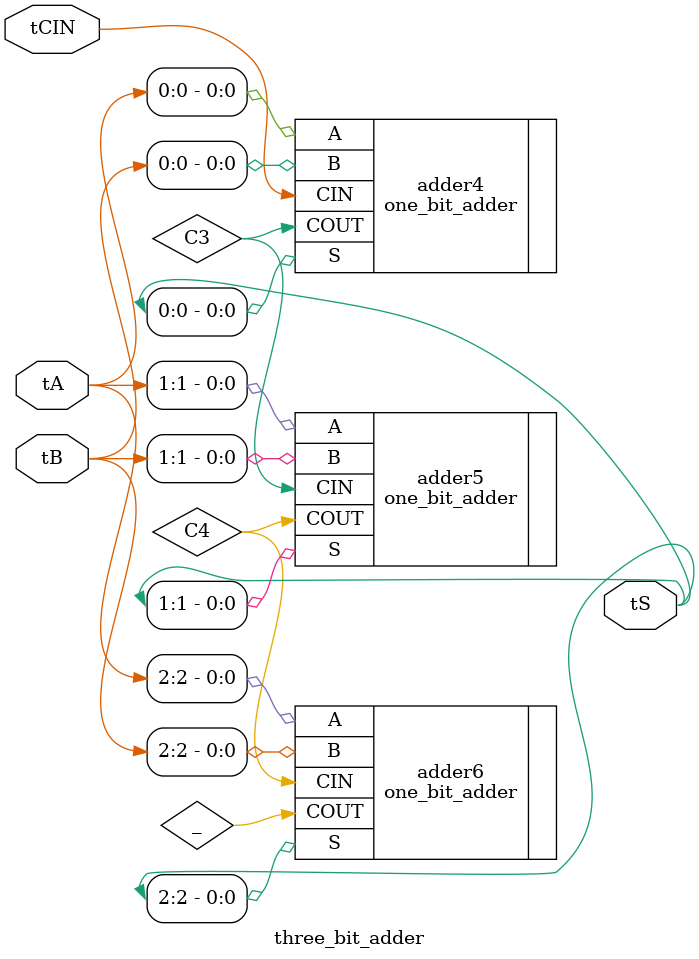
<source format=v>
`timescale 1ns / 1ps

// MSB here - addtion carries on from four_bit_adder
module three_bit_adder(input [2:0] tA, input [2:0] tB, input tCIN, output [2:0] tS);  // t for three
    wire C3, C4, _; // connectors for carry bits among all the one-bit adders
    one_bit_adder adder4(.A(tA[0]), .B(tB[0]), .CIN(tCIN), .COUT(C3), .S(tS[0]));  // CIN from four_bit_adder
    one_bit_adder adder5(.A(tA[1]), .B(tB[1]), .CIN(C3), .COUT(C4), .S(tS[1]));
    one_bit_adder adder6(.A(tA[2]), .B(tB[2]), .CIN(C4), .COUT(_), .S(tS[2]));  // no COUT at the MSB
    
endmodule

</source>
